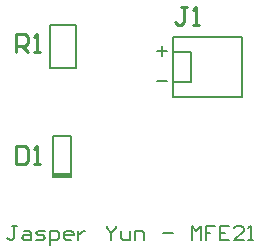
<source format=gto>
G04*
G04 #@! TF.GenerationSoftware,Altium Limited,Altium Designer,18.1.7 (191)*
G04*
G04 Layer_Color=65535*
%FSLAX25Y25*%
%MOIN*%
G70*
G01*
G75*
%ADD10C,0.00787*%
%ADD11C,0.01000*%
%ADD12R,0.05906X0.01575*%
D10*
X44094Y33169D02*
Y46949D01*
X38189D02*
X44094D01*
X38189Y33169D02*
Y46949D01*
Y33169D02*
X44094D01*
X78051Y64961D02*
X84051D01*
Y74961D01*
X78051D02*
X84051D01*
X78051Y79961D02*
X101051D01*
X78051Y59961D02*
Y79961D01*
Y59961D02*
X78551D01*
X79051D01*
X101051D01*
Y79961D01*
X45669Y69587D02*
Y83760D01*
X37008D02*
X45669D01*
X37008Y69587D02*
Y83760D01*
Y69587D02*
X45669D01*
X25983Y16928D02*
X24409D01*
X25196D01*
Y12992D01*
X24409Y12205D01*
X23622D01*
X22835Y12992D01*
X28345Y15353D02*
X29919D01*
X30706Y14566D01*
Y12205D01*
X28345D01*
X27558Y12992D01*
X28345Y13779D01*
X30706D01*
X32280Y12205D02*
X34642D01*
X35429Y12992D01*
X34642Y13779D01*
X33068D01*
X32280Y14566D01*
X33068Y15353D01*
X35429D01*
X37003Y10630D02*
Y15353D01*
X39365D01*
X40152Y14566D01*
Y12992D01*
X39365Y12205D01*
X37003D01*
X44088D02*
X42513D01*
X41726Y12992D01*
Y14566D01*
X42513Y15353D01*
X44088D01*
X44875Y14566D01*
Y13779D01*
X41726D01*
X46449Y15353D02*
Y12205D01*
Y13779D01*
X47236Y14566D01*
X48023Y15353D01*
X48810D01*
X55895Y16928D02*
Y16140D01*
X57469Y14566D01*
X59043Y16140D01*
Y16928D01*
X57469Y14566D02*
Y12205D01*
X60618Y15353D02*
Y12992D01*
X61405Y12205D01*
X63766D01*
Y15353D01*
X65341Y12205D02*
Y15353D01*
X67702D01*
X68489Y14566D01*
Y12205D01*
X74786Y14566D02*
X77935D01*
X84232Y12205D02*
Y16928D01*
X85806Y15353D01*
X87381Y16928D01*
Y12205D01*
X92104Y16928D02*
X88955D01*
Y14566D01*
X90529D01*
X88955D01*
Y12205D01*
X96826Y16928D02*
X93678D01*
Y12205D01*
X96826D01*
X93678Y14566D02*
X95252D01*
X101549Y12205D02*
X98401D01*
X101549Y15353D01*
Y16140D01*
X100762Y16928D01*
X99188D01*
X98401Y16140D01*
X103124Y12205D02*
X104698D01*
X103911D01*
Y16928D01*
X103124Y16140D01*
X72835Y65354D02*
X75983D01*
X72835Y75196D02*
X75983D01*
X74409Y76770D02*
Y73622D01*
D11*
X25591Y74961D02*
Y80959D01*
X28590D01*
X29589Y79959D01*
Y77960D01*
X28590Y76960D01*
X25591D01*
X27590D02*
X29589Y74961D01*
X31589D02*
X33588D01*
X32588D01*
Y80959D01*
X31589Y79959D01*
X82700Y89909D02*
X80700D01*
X81700D01*
Y84910D01*
X80700Y83911D01*
X79701D01*
X78701Y84910D01*
X84699Y83911D02*
X86699D01*
X85699D01*
Y89909D01*
X84699Y88909D01*
X25591Y43400D02*
Y37402D01*
X28590D01*
X29589Y38401D01*
Y42400D01*
X28590Y43400D01*
X25591D01*
X31589Y37402D02*
X33588D01*
X32588D01*
Y43400D01*
X31589Y42400D01*
D12*
X41142Y33957D02*
D03*
M02*

</source>
